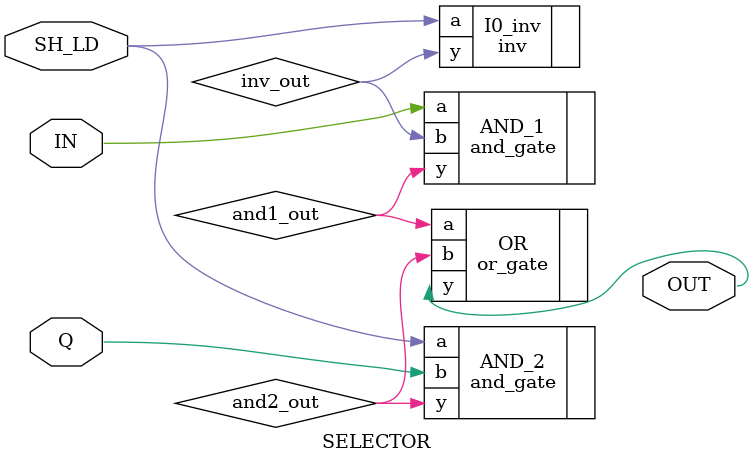
<source format=v>
`timescale 1ns / 1ps


module SELECTOR(
    input IN,
    input Q,
    input SH_LD,
    output OUT
    );
    
    wire inv_out, and1_out, and2_out;
    
    inv I0_inv(
    .a(SH_LD),
    .y(inv_out));
    
    and_gate AND_1(
    .a(IN), 
    .b(inv_out), 
    .y(and1_out));
    
    and_gate AND_2(
    .a(SH_LD), 
    .b(Q),
    .y(and2_out));
    
    or_gate OR(
    .a(and1_out), 
    .b(and2_out), 
    .y(OUT));
    
endmodule

</source>
